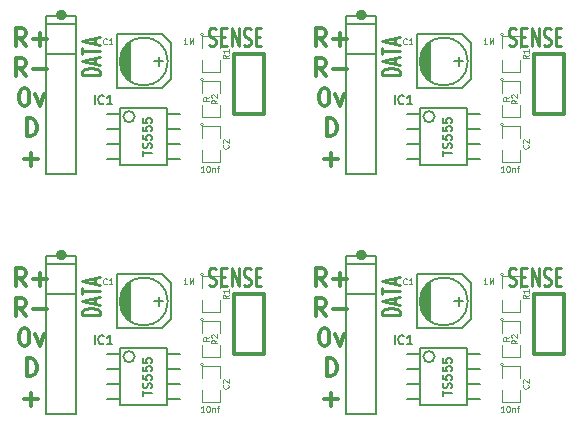
<source format=gto>
G04 (created by PCBNEW (2013-07-07 BZR 4022)-stable) date 29/12/2014 16:41:19*
%MOIN*%
G04 Gerber Fmt 3.4, Leading zero omitted, Abs format*
%FSLAX34Y34*%
G01*
G70*
G90*
G04 APERTURE LIST*
%ADD10C,0.00590551*%
%ADD11C,0.011811*%
%ADD12C,0.0039*%
%ADD13C,0.015*%
%ADD14C,0.005*%
%ADD15C,0.012*%
%ADD16C,0.0043*%
%ADD17C,0.01*%
%ADD18C,0.0059*%
%ADD19C,0.0047*%
G04 APERTURE END LIST*
G54D10*
G54D11*
X41496Y-24648D02*
X41553Y-24648D01*
X41609Y-24676D01*
X41637Y-24704D01*
X41665Y-24760D01*
X41693Y-24873D01*
X41693Y-25014D01*
X41665Y-25126D01*
X41637Y-25182D01*
X41609Y-25210D01*
X41553Y-25239D01*
X41496Y-25239D01*
X41440Y-25210D01*
X41412Y-25182D01*
X41384Y-25126D01*
X41356Y-25014D01*
X41356Y-24873D01*
X41384Y-24760D01*
X41412Y-24704D01*
X41440Y-24676D01*
X41496Y-24648D01*
X41890Y-24845D02*
X42031Y-25239D01*
X42171Y-24845D01*
X41595Y-26239D02*
X41595Y-25648D01*
X41735Y-25648D01*
X41820Y-25676D01*
X41876Y-25732D01*
X41904Y-25789D01*
X41932Y-25901D01*
X41932Y-25985D01*
X41904Y-26098D01*
X41876Y-26154D01*
X41820Y-26210D01*
X41735Y-26239D01*
X41595Y-26239D01*
X41525Y-27014D02*
X41974Y-27014D01*
X41750Y-27239D02*
X41750Y-26789D01*
X41567Y-24239D02*
X41370Y-23957D01*
X41229Y-24239D02*
X41229Y-23648D01*
X41454Y-23648D01*
X41510Y-23676D01*
X41539Y-23704D01*
X41567Y-23760D01*
X41567Y-23845D01*
X41539Y-23901D01*
X41510Y-23929D01*
X41454Y-23957D01*
X41229Y-23957D01*
X41820Y-24014D02*
X42270Y-24014D01*
X41567Y-23239D02*
X41370Y-22957D01*
X41229Y-23239D02*
X41229Y-22648D01*
X41454Y-22648D01*
X41510Y-22676D01*
X41539Y-22704D01*
X41567Y-22760D01*
X41567Y-22845D01*
X41539Y-22901D01*
X41510Y-22929D01*
X41454Y-22957D01*
X41229Y-22957D01*
X41820Y-23014D02*
X42270Y-23014D01*
X42045Y-23239D02*
X42045Y-22789D01*
X51567Y-23239D02*
X51370Y-22957D01*
X51229Y-23239D02*
X51229Y-22648D01*
X51454Y-22648D01*
X51510Y-22676D01*
X51539Y-22704D01*
X51567Y-22760D01*
X51567Y-22845D01*
X51539Y-22901D01*
X51510Y-22929D01*
X51454Y-22957D01*
X51229Y-22957D01*
X51820Y-23014D02*
X52270Y-23014D01*
X52045Y-23239D02*
X52045Y-22789D01*
X51567Y-24239D02*
X51370Y-23957D01*
X51229Y-24239D02*
X51229Y-23648D01*
X51454Y-23648D01*
X51510Y-23676D01*
X51539Y-23704D01*
X51567Y-23760D01*
X51567Y-23845D01*
X51539Y-23901D01*
X51510Y-23929D01*
X51454Y-23957D01*
X51229Y-23957D01*
X51820Y-24014D02*
X52270Y-24014D01*
X51525Y-27014D02*
X51974Y-27014D01*
X51750Y-27239D02*
X51750Y-26789D01*
X51595Y-26239D02*
X51595Y-25648D01*
X51735Y-25648D01*
X51820Y-25676D01*
X51876Y-25732D01*
X51904Y-25789D01*
X51932Y-25901D01*
X51932Y-25985D01*
X51904Y-26098D01*
X51876Y-26154D01*
X51820Y-26210D01*
X51735Y-26239D01*
X51595Y-26239D01*
X51496Y-24648D02*
X51553Y-24648D01*
X51609Y-24676D01*
X51637Y-24704D01*
X51665Y-24760D01*
X51693Y-24873D01*
X51693Y-25014D01*
X51665Y-25126D01*
X51637Y-25182D01*
X51609Y-25210D01*
X51553Y-25239D01*
X51496Y-25239D01*
X51440Y-25210D01*
X51412Y-25182D01*
X51384Y-25126D01*
X51356Y-25014D01*
X51356Y-24873D01*
X51384Y-24760D01*
X51412Y-24704D01*
X51440Y-24676D01*
X51496Y-24648D01*
X51890Y-24845D02*
X52031Y-25239D01*
X52171Y-24845D01*
X51496Y-16648D02*
X51553Y-16648D01*
X51609Y-16676D01*
X51637Y-16704D01*
X51665Y-16760D01*
X51693Y-16873D01*
X51693Y-17014D01*
X51665Y-17126D01*
X51637Y-17182D01*
X51609Y-17210D01*
X51553Y-17239D01*
X51496Y-17239D01*
X51440Y-17210D01*
X51412Y-17182D01*
X51384Y-17126D01*
X51356Y-17014D01*
X51356Y-16873D01*
X51384Y-16760D01*
X51412Y-16704D01*
X51440Y-16676D01*
X51496Y-16648D01*
X51890Y-16845D02*
X52031Y-17239D01*
X52171Y-16845D01*
X51595Y-18239D02*
X51595Y-17648D01*
X51735Y-17648D01*
X51820Y-17676D01*
X51876Y-17732D01*
X51904Y-17789D01*
X51932Y-17901D01*
X51932Y-17985D01*
X51904Y-18098D01*
X51876Y-18154D01*
X51820Y-18210D01*
X51735Y-18239D01*
X51595Y-18239D01*
X51525Y-19014D02*
X51974Y-19014D01*
X51750Y-19239D02*
X51750Y-18789D01*
X51567Y-16239D02*
X51370Y-15957D01*
X51229Y-16239D02*
X51229Y-15648D01*
X51454Y-15648D01*
X51510Y-15676D01*
X51539Y-15704D01*
X51567Y-15760D01*
X51567Y-15845D01*
X51539Y-15901D01*
X51510Y-15929D01*
X51454Y-15957D01*
X51229Y-15957D01*
X51820Y-16014D02*
X52270Y-16014D01*
X51567Y-15239D02*
X51370Y-14957D01*
X51229Y-15239D02*
X51229Y-14648D01*
X51454Y-14648D01*
X51510Y-14676D01*
X51539Y-14704D01*
X51567Y-14760D01*
X51567Y-14845D01*
X51539Y-14901D01*
X51510Y-14929D01*
X51454Y-14957D01*
X51229Y-14957D01*
X51820Y-15014D02*
X52270Y-15014D01*
X52045Y-15239D02*
X52045Y-14789D01*
X41567Y-15239D02*
X41370Y-14957D01*
X41229Y-15239D02*
X41229Y-14648D01*
X41454Y-14648D01*
X41510Y-14676D01*
X41539Y-14704D01*
X41567Y-14760D01*
X41567Y-14845D01*
X41539Y-14901D01*
X41510Y-14929D01*
X41454Y-14957D01*
X41229Y-14957D01*
X41820Y-15014D02*
X42270Y-15014D01*
X42045Y-15239D02*
X42045Y-14789D01*
X41567Y-16239D02*
X41370Y-15957D01*
X41229Y-16239D02*
X41229Y-15648D01*
X41454Y-15648D01*
X41510Y-15676D01*
X41539Y-15704D01*
X41567Y-15760D01*
X41567Y-15845D01*
X41539Y-15901D01*
X41510Y-15929D01*
X41454Y-15957D01*
X41229Y-15957D01*
X41820Y-16014D02*
X42270Y-16014D01*
X41525Y-19014D02*
X41974Y-19014D01*
X41750Y-19239D02*
X41750Y-18789D01*
X41595Y-18239D02*
X41595Y-17648D01*
X41735Y-17648D01*
X41820Y-17676D01*
X41876Y-17732D01*
X41904Y-17789D01*
X41932Y-17901D01*
X41932Y-17985D01*
X41904Y-18098D01*
X41876Y-18154D01*
X41820Y-18210D01*
X41735Y-18239D01*
X41595Y-18239D01*
X41496Y-16648D02*
X41553Y-16648D01*
X41609Y-16676D01*
X41637Y-16704D01*
X41665Y-16760D01*
X41693Y-16873D01*
X41693Y-17014D01*
X41665Y-17126D01*
X41637Y-17182D01*
X41609Y-17210D01*
X41553Y-17239D01*
X41496Y-17239D01*
X41440Y-17210D01*
X41412Y-17182D01*
X41384Y-17126D01*
X41356Y-17014D01*
X41356Y-16873D01*
X41384Y-16760D01*
X41412Y-16704D01*
X41440Y-16676D01*
X41496Y-16648D01*
X41890Y-16845D02*
X42031Y-17239D01*
X42171Y-16845D01*
G54D12*
X47500Y-24350D02*
G75*
G03X47500Y-24350I-50J0D01*
G74*
G01*
X47450Y-24800D02*
X47450Y-24400D01*
X47450Y-24400D02*
X48050Y-24400D01*
X48050Y-24400D02*
X48050Y-24800D01*
X48050Y-25200D02*
X48050Y-25600D01*
X48050Y-25600D02*
X47450Y-25600D01*
X47450Y-25600D02*
X47450Y-25200D01*
G54D10*
X43250Y-22500D02*
X43250Y-22250D01*
X43250Y-22250D02*
X42250Y-22250D01*
X42250Y-22250D02*
X42250Y-22500D01*
X42250Y-23500D02*
X43250Y-23500D01*
X43250Y-23500D02*
X43250Y-22500D01*
X43250Y-22500D02*
X43250Y-27500D01*
X43250Y-27500D02*
X42250Y-27500D01*
X43250Y-22500D02*
X42250Y-22500D01*
X42250Y-22500D02*
X42250Y-27500D01*
G54D13*
X42850Y-22200D02*
G75*
G03X42850Y-22200I-100J0D01*
G74*
G01*
G54D12*
X47500Y-22850D02*
G75*
G03X47500Y-22850I-50J0D01*
G74*
G01*
X47450Y-23300D02*
X47450Y-22900D01*
X47450Y-22900D02*
X48050Y-22900D01*
X48050Y-22900D02*
X48050Y-23300D01*
X48050Y-23700D02*
X48050Y-24100D01*
X48050Y-24100D02*
X47450Y-24100D01*
X47450Y-24100D02*
X47450Y-23700D01*
X47500Y-25850D02*
G75*
G03X47500Y-25850I-50J0D01*
G74*
G01*
X47450Y-26300D02*
X47450Y-25900D01*
X47450Y-25900D02*
X48050Y-25900D01*
X48050Y-25900D02*
X48050Y-26300D01*
X48050Y-26700D02*
X48050Y-27100D01*
X48050Y-27100D02*
X47450Y-27100D01*
X47450Y-27100D02*
X47450Y-26700D01*
G54D14*
X46280Y-25300D02*
X44720Y-25300D01*
X44720Y-25300D02*
X44720Y-27200D01*
X44720Y-27200D02*
X46280Y-27200D01*
X46280Y-27200D02*
X46280Y-25300D01*
X46280Y-25500D02*
X46710Y-25500D01*
X46280Y-26000D02*
X46710Y-26000D01*
X46280Y-26500D02*
X46710Y-26500D01*
X46710Y-27000D02*
X46280Y-27000D01*
X44720Y-27000D02*
X44290Y-27000D01*
X44290Y-26500D02*
X44720Y-26500D01*
X44290Y-26000D02*
X44720Y-26000D01*
X44290Y-25500D02*
X44720Y-25500D01*
X45196Y-25590D02*
G75*
G03X45196Y-25590I-186J0D01*
G74*
G01*
G54D15*
X48500Y-23500D02*
X49500Y-23500D01*
X49500Y-23500D02*
X49500Y-25500D01*
X49500Y-25500D02*
X48500Y-25500D01*
X48500Y-25500D02*
X48500Y-23500D01*
G54D14*
X46150Y-23750D02*
X45850Y-23750D01*
X46000Y-23600D02*
X46000Y-23900D01*
X46100Y-24650D02*
X44600Y-24650D01*
X46400Y-23150D02*
X46400Y-24350D01*
X46100Y-24650D02*
X46400Y-24350D01*
X46100Y-22850D02*
X44600Y-22850D01*
X46100Y-22850D02*
X46400Y-23150D01*
X44700Y-23800D02*
X44700Y-23700D01*
X44750Y-23500D02*
X44750Y-24000D01*
X44800Y-24100D02*
X44800Y-23400D01*
X44850Y-24200D02*
X44850Y-23300D01*
X44900Y-23250D02*
X44900Y-24250D01*
X44950Y-24300D02*
X44950Y-23200D01*
X45000Y-23150D02*
X45000Y-24350D01*
X45050Y-23100D02*
X45050Y-24400D01*
X46300Y-23750D02*
G75*
G03X46300Y-23750I-800J0D01*
G74*
G01*
X44600Y-22850D02*
X44600Y-24650D01*
X56150Y-23750D02*
X55850Y-23750D01*
X56000Y-23600D02*
X56000Y-23900D01*
X56100Y-24650D02*
X54600Y-24650D01*
X56400Y-23150D02*
X56400Y-24350D01*
X56100Y-24650D02*
X56400Y-24350D01*
X56100Y-22850D02*
X54600Y-22850D01*
X56100Y-22850D02*
X56400Y-23150D01*
X54700Y-23800D02*
X54700Y-23700D01*
X54750Y-23500D02*
X54750Y-24000D01*
X54800Y-24100D02*
X54800Y-23400D01*
X54850Y-24200D02*
X54850Y-23300D01*
X54900Y-23250D02*
X54900Y-24250D01*
X54950Y-24300D02*
X54950Y-23200D01*
X55000Y-23150D02*
X55000Y-24350D01*
X55050Y-23100D02*
X55050Y-24400D01*
X56300Y-23750D02*
G75*
G03X56300Y-23750I-800J0D01*
G74*
G01*
X54600Y-22850D02*
X54600Y-24650D01*
G54D15*
X58500Y-23500D02*
X59500Y-23500D01*
X59500Y-23500D02*
X59500Y-25500D01*
X59500Y-25500D02*
X58500Y-25500D01*
X58500Y-25500D02*
X58500Y-23500D01*
G54D14*
X56280Y-25300D02*
X54720Y-25300D01*
X54720Y-25300D02*
X54720Y-27200D01*
X54720Y-27200D02*
X56280Y-27200D01*
X56280Y-27200D02*
X56280Y-25300D01*
X56280Y-25500D02*
X56710Y-25500D01*
X56280Y-26000D02*
X56710Y-26000D01*
X56280Y-26500D02*
X56710Y-26500D01*
X56710Y-27000D02*
X56280Y-27000D01*
X54720Y-27000D02*
X54290Y-27000D01*
X54290Y-26500D02*
X54720Y-26500D01*
X54290Y-26000D02*
X54720Y-26000D01*
X54290Y-25500D02*
X54720Y-25500D01*
X55196Y-25590D02*
G75*
G03X55196Y-25590I-186J0D01*
G74*
G01*
G54D12*
X57500Y-25850D02*
G75*
G03X57500Y-25850I-50J0D01*
G74*
G01*
X57450Y-26300D02*
X57450Y-25900D01*
X57450Y-25900D02*
X58050Y-25900D01*
X58050Y-25900D02*
X58050Y-26300D01*
X58050Y-26700D02*
X58050Y-27100D01*
X58050Y-27100D02*
X57450Y-27100D01*
X57450Y-27100D02*
X57450Y-26700D01*
X57500Y-22850D02*
G75*
G03X57500Y-22850I-50J0D01*
G74*
G01*
X57450Y-23300D02*
X57450Y-22900D01*
X57450Y-22900D02*
X58050Y-22900D01*
X58050Y-22900D02*
X58050Y-23300D01*
X58050Y-23700D02*
X58050Y-24100D01*
X58050Y-24100D02*
X57450Y-24100D01*
X57450Y-24100D02*
X57450Y-23700D01*
G54D10*
X53250Y-22500D02*
X53250Y-22250D01*
X53250Y-22250D02*
X52250Y-22250D01*
X52250Y-22250D02*
X52250Y-22500D01*
X52250Y-23500D02*
X53250Y-23500D01*
X53250Y-23500D02*
X53250Y-22500D01*
X53250Y-22500D02*
X53250Y-27500D01*
X53250Y-27500D02*
X52250Y-27500D01*
X53250Y-22500D02*
X52250Y-22500D01*
X52250Y-22500D02*
X52250Y-27500D01*
G54D13*
X52850Y-22200D02*
G75*
G03X52850Y-22200I-100J0D01*
G74*
G01*
G54D12*
X57500Y-24350D02*
G75*
G03X57500Y-24350I-50J0D01*
G74*
G01*
X57450Y-24800D02*
X57450Y-24400D01*
X57450Y-24400D02*
X58050Y-24400D01*
X58050Y-24400D02*
X58050Y-24800D01*
X58050Y-25200D02*
X58050Y-25600D01*
X58050Y-25600D02*
X57450Y-25600D01*
X57450Y-25600D02*
X57450Y-25200D01*
X57500Y-16350D02*
G75*
G03X57500Y-16350I-50J0D01*
G74*
G01*
X57450Y-16800D02*
X57450Y-16400D01*
X57450Y-16400D02*
X58050Y-16400D01*
X58050Y-16400D02*
X58050Y-16800D01*
X58050Y-17200D02*
X58050Y-17600D01*
X58050Y-17600D02*
X57450Y-17600D01*
X57450Y-17600D02*
X57450Y-17200D01*
G54D10*
X53250Y-14500D02*
X53250Y-14250D01*
X53250Y-14250D02*
X52250Y-14250D01*
X52250Y-14250D02*
X52250Y-14500D01*
X52250Y-15500D02*
X53250Y-15500D01*
X53250Y-15500D02*
X53250Y-14500D01*
X53250Y-14500D02*
X53250Y-19500D01*
X53250Y-19500D02*
X52250Y-19500D01*
X53250Y-14500D02*
X52250Y-14500D01*
X52250Y-14500D02*
X52250Y-19500D01*
G54D13*
X52850Y-14200D02*
G75*
G03X52850Y-14200I-100J0D01*
G74*
G01*
G54D12*
X57500Y-14850D02*
G75*
G03X57500Y-14850I-50J0D01*
G74*
G01*
X57450Y-15300D02*
X57450Y-14900D01*
X57450Y-14900D02*
X58050Y-14900D01*
X58050Y-14900D02*
X58050Y-15300D01*
X58050Y-15700D02*
X58050Y-16100D01*
X58050Y-16100D02*
X57450Y-16100D01*
X57450Y-16100D02*
X57450Y-15700D01*
X57500Y-17850D02*
G75*
G03X57500Y-17850I-50J0D01*
G74*
G01*
X57450Y-18300D02*
X57450Y-17900D01*
X57450Y-17900D02*
X58050Y-17900D01*
X58050Y-17900D02*
X58050Y-18300D01*
X58050Y-18700D02*
X58050Y-19100D01*
X58050Y-19100D02*
X57450Y-19100D01*
X57450Y-19100D02*
X57450Y-18700D01*
G54D14*
X56280Y-17300D02*
X54720Y-17300D01*
X54720Y-17300D02*
X54720Y-19200D01*
X54720Y-19200D02*
X56280Y-19200D01*
X56280Y-19200D02*
X56280Y-17300D01*
X56280Y-17500D02*
X56710Y-17500D01*
X56280Y-18000D02*
X56710Y-18000D01*
X56280Y-18500D02*
X56710Y-18500D01*
X56710Y-19000D02*
X56280Y-19000D01*
X54720Y-19000D02*
X54290Y-19000D01*
X54290Y-18500D02*
X54720Y-18500D01*
X54290Y-18000D02*
X54720Y-18000D01*
X54290Y-17500D02*
X54720Y-17500D01*
X55196Y-17590D02*
G75*
G03X55196Y-17590I-186J0D01*
G74*
G01*
G54D15*
X58500Y-15500D02*
X59500Y-15500D01*
X59500Y-15500D02*
X59500Y-17500D01*
X59500Y-17500D02*
X58500Y-17500D01*
X58500Y-17500D02*
X58500Y-15500D01*
G54D14*
X56150Y-15750D02*
X55850Y-15750D01*
X56000Y-15600D02*
X56000Y-15900D01*
X56100Y-16650D02*
X54600Y-16650D01*
X56400Y-15150D02*
X56400Y-16350D01*
X56100Y-16650D02*
X56400Y-16350D01*
X56100Y-14850D02*
X54600Y-14850D01*
X56100Y-14850D02*
X56400Y-15150D01*
X54700Y-15800D02*
X54700Y-15700D01*
X54750Y-15500D02*
X54750Y-16000D01*
X54800Y-16100D02*
X54800Y-15400D01*
X54850Y-16200D02*
X54850Y-15300D01*
X54900Y-15250D02*
X54900Y-16250D01*
X54950Y-16300D02*
X54950Y-15200D01*
X55000Y-15150D02*
X55000Y-16350D01*
X55050Y-15100D02*
X55050Y-16400D01*
X56300Y-15750D02*
G75*
G03X56300Y-15750I-800J0D01*
G74*
G01*
X54600Y-14850D02*
X54600Y-16650D01*
X46150Y-15750D02*
X45850Y-15750D01*
X46000Y-15600D02*
X46000Y-15900D01*
X46100Y-16650D02*
X44600Y-16650D01*
X46400Y-15150D02*
X46400Y-16350D01*
X46100Y-16650D02*
X46400Y-16350D01*
X46100Y-14850D02*
X44600Y-14850D01*
X46100Y-14850D02*
X46400Y-15150D01*
X44700Y-15800D02*
X44700Y-15700D01*
X44750Y-15500D02*
X44750Y-16000D01*
X44800Y-16100D02*
X44800Y-15400D01*
X44850Y-16200D02*
X44850Y-15300D01*
X44900Y-15250D02*
X44900Y-16250D01*
X44950Y-16300D02*
X44950Y-15200D01*
X45000Y-15150D02*
X45000Y-16350D01*
X45050Y-15100D02*
X45050Y-16400D01*
X46300Y-15750D02*
G75*
G03X46300Y-15750I-800J0D01*
G74*
G01*
X44600Y-14850D02*
X44600Y-16650D01*
G54D15*
X48500Y-15500D02*
X49500Y-15500D01*
X49500Y-15500D02*
X49500Y-17500D01*
X49500Y-17500D02*
X48500Y-17500D01*
X48500Y-17500D02*
X48500Y-15500D01*
G54D14*
X46280Y-17300D02*
X44720Y-17300D01*
X44720Y-17300D02*
X44720Y-19200D01*
X44720Y-19200D02*
X46280Y-19200D01*
X46280Y-19200D02*
X46280Y-17300D01*
X46280Y-17500D02*
X46710Y-17500D01*
X46280Y-18000D02*
X46710Y-18000D01*
X46280Y-18500D02*
X46710Y-18500D01*
X46710Y-19000D02*
X46280Y-19000D01*
X44720Y-19000D02*
X44290Y-19000D01*
X44290Y-18500D02*
X44720Y-18500D01*
X44290Y-18000D02*
X44720Y-18000D01*
X44290Y-17500D02*
X44720Y-17500D01*
X45196Y-17590D02*
G75*
G03X45196Y-17590I-186J0D01*
G74*
G01*
G54D12*
X47500Y-17850D02*
G75*
G03X47500Y-17850I-50J0D01*
G74*
G01*
X47450Y-18300D02*
X47450Y-17900D01*
X47450Y-17900D02*
X48050Y-17900D01*
X48050Y-17900D02*
X48050Y-18300D01*
X48050Y-18700D02*
X48050Y-19100D01*
X48050Y-19100D02*
X47450Y-19100D01*
X47450Y-19100D02*
X47450Y-18700D01*
X47500Y-14850D02*
G75*
G03X47500Y-14850I-50J0D01*
G74*
G01*
X47450Y-15300D02*
X47450Y-14900D01*
X47450Y-14900D02*
X48050Y-14900D01*
X48050Y-14900D02*
X48050Y-15300D01*
X48050Y-15700D02*
X48050Y-16100D01*
X48050Y-16100D02*
X47450Y-16100D01*
X47450Y-16100D02*
X47450Y-15700D01*
G54D10*
X43250Y-14500D02*
X43250Y-14250D01*
X43250Y-14250D02*
X42250Y-14250D01*
X42250Y-14250D02*
X42250Y-14500D01*
X42250Y-15500D02*
X43250Y-15500D01*
X43250Y-15500D02*
X43250Y-14500D01*
X43250Y-14500D02*
X43250Y-19500D01*
X43250Y-19500D02*
X42250Y-19500D01*
X43250Y-14500D02*
X42250Y-14500D01*
X42250Y-14500D02*
X42250Y-19500D01*
G54D13*
X42850Y-14200D02*
G75*
G03X42850Y-14200I-100J0D01*
G74*
G01*
G54D12*
X47500Y-16350D02*
G75*
G03X47500Y-16350I-50J0D01*
G74*
G01*
X47450Y-16800D02*
X47450Y-16400D01*
X47450Y-16400D02*
X48050Y-16400D01*
X48050Y-16400D02*
X48050Y-16800D01*
X48050Y-17200D02*
X48050Y-17600D01*
X48050Y-17600D02*
X47450Y-17600D01*
X47450Y-17600D02*
X47450Y-17200D01*
G54D16*
X47954Y-25032D02*
X47860Y-25098D01*
X47954Y-25145D02*
X47757Y-25145D01*
X47757Y-25070D01*
X47767Y-25051D01*
X47776Y-25042D01*
X47795Y-25032D01*
X47823Y-25032D01*
X47842Y-25042D01*
X47851Y-25051D01*
X47860Y-25070D01*
X47860Y-25145D01*
X47776Y-24957D02*
X47767Y-24948D01*
X47757Y-24929D01*
X47757Y-24882D01*
X47767Y-24863D01*
X47776Y-24854D01*
X47795Y-24845D01*
X47814Y-24845D01*
X47842Y-24854D01*
X47954Y-24967D01*
X47954Y-24845D01*
X47679Y-24939D02*
X47585Y-25004D01*
X47679Y-25051D02*
X47482Y-25051D01*
X47482Y-24976D01*
X47492Y-24957D01*
X47501Y-24948D01*
X47520Y-24939D01*
X47548Y-24939D01*
X47567Y-24948D01*
X47576Y-24957D01*
X47585Y-24976D01*
X47585Y-25051D01*
G54D17*
X44042Y-24199D02*
X43442Y-24199D01*
X43442Y-24104D01*
X43471Y-24047D01*
X43528Y-24009D01*
X43585Y-23990D01*
X43700Y-23971D01*
X43785Y-23971D01*
X43900Y-23990D01*
X43957Y-24009D01*
X44014Y-24047D01*
X44042Y-24104D01*
X44042Y-24199D01*
X43871Y-23819D02*
X43871Y-23628D01*
X44042Y-23857D02*
X43442Y-23723D01*
X44042Y-23590D01*
X43442Y-23514D02*
X43442Y-23285D01*
X44042Y-23399D02*
X43442Y-23399D01*
X43871Y-23171D02*
X43871Y-22980D01*
X44042Y-23209D02*
X43442Y-23076D01*
X44042Y-22942D01*
G54D16*
X48329Y-23532D02*
X48235Y-23598D01*
X48329Y-23645D02*
X48132Y-23645D01*
X48132Y-23570D01*
X48142Y-23551D01*
X48151Y-23542D01*
X48170Y-23532D01*
X48198Y-23532D01*
X48217Y-23542D01*
X48226Y-23551D01*
X48235Y-23570D01*
X48235Y-23645D01*
X48329Y-23345D02*
X48329Y-23457D01*
X48329Y-23401D02*
X48132Y-23401D01*
X48160Y-23420D01*
X48179Y-23439D01*
X48189Y-23457D01*
X46943Y-23179D02*
X46831Y-23179D01*
X46887Y-23179D02*
X46887Y-22982D01*
X46868Y-23010D01*
X46849Y-23029D01*
X46831Y-23039D01*
X47028Y-23179D02*
X47028Y-22982D01*
X47093Y-23123D01*
X47159Y-22982D01*
X47159Y-23179D01*
X48310Y-26532D02*
X48320Y-26542D01*
X48329Y-26570D01*
X48329Y-26589D01*
X48320Y-26617D01*
X48301Y-26636D01*
X48282Y-26645D01*
X48245Y-26654D01*
X48217Y-26654D01*
X48179Y-26645D01*
X48160Y-26636D01*
X48142Y-26617D01*
X48132Y-26589D01*
X48132Y-26570D01*
X48142Y-26542D01*
X48151Y-26532D01*
X48151Y-26457D02*
X48142Y-26448D01*
X48132Y-26429D01*
X48132Y-26382D01*
X48142Y-26363D01*
X48151Y-26354D01*
X48170Y-26345D01*
X48189Y-26345D01*
X48217Y-26354D01*
X48329Y-26467D01*
X48329Y-26345D01*
X47517Y-27429D02*
X47404Y-27429D01*
X47460Y-27429D02*
X47460Y-27232D01*
X47442Y-27260D01*
X47423Y-27279D01*
X47404Y-27289D01*
X47639Y-27232D02*
X47657Y-27232D01*
X47676Y-27242D01*
X47685Y-27251D01*
X47695Y-27270D01*
X47704Y-27307D01*
X47704Y-27354D01*
X47695Y-27392D01*
X47685Y-27410D01*
X47676Y-27420D01*
X47657Y-27429D01*
X47639Y-27429D01*
X47620Y-27420D01*
X47610Y-27410D01*
X47601Y-27392D01*
X47592Y-27354D01*
X47592Y-27307D01*
X47601Y-27270D01*
X47610Y-27251D01*
X47620Y-27242D01*
X47639Y-27232D01*
X47789Y-27298D02*
X47789Y-27429D01*
X47789Y-27317D02*
X47798Y-27307D01*
X47817Y-27298D01*
X47845Y-27298D01*
X47864Y-27307D01*
X47873Y-27326D01*
X47873Y-27429D01*
X47939Y-27298D02*
X48014Y-27298D01*
X47967Y-27429D02*
X47967Y-27260D01*
X47976Y-27242D01*
X47995Y-27232D01*
X48014Y-27232D01*
G54D18*
X43862Y-25169D02*
X43862Y-24874D01*
X44171Y-25141D02*
X44157Y-25155D01*
X44114Y-25169D01*
X44086Y-25169D01*
X44044Y-25155D01*
X44016Y-25127D01*
X44002Y-25099D01*
X43988Y-25042D01*
X43988Y-25000D01*
X44002Y-24944D01*
X44016Y-24916D01*
X44044Y-24888D01*
X44086Y-24874D01*
X44114Y-24874D01*
X44157Y-24888D01*
X44171Y-24902D01*
X44452Y-25169D02*
X44283Y-25169D01*
X44367Y-25169D02*
X44367Y-24874D01*
X44339Y-24916D01*
X44311Y-24944D01*
X44283Y-24958D01*
X45474Y-26896D02*
X45474Y-26727D01*
X45769Y-26811D02*
X45474Y-26811D01*
X45755Y-26643D02*
X45769Y-26601D01*
X45769Y-26530D01*
X45755Y-26502D01*
X45741Y-26488D01*
X45713Y-26474D01*
X45685Y-26474D01*
X45657Y-26488D01*
X45642Y-26502D01*
X45628Y-26530D01*
X45614Y-26587D01*
X45600Y-26615D01*
X45586Y-26629D01*
X45558Y-26643D01*
X45530Y-26643D01*
X45502Y-26629D01*
X45488Y-26615D01*
X45474Y-26587D01*
X45474Y-26516D01*
X45488Y-26474D01*
X45474Y-26207D02*
X45474Y-26348D01*
X45614Y-26362D01*
X45600Y-26348D01*
X45586Y-26320D01*
X45586Y-26250D01*
X45600Y-26221D01*
X45614Y-26207D01*
X45642Y-26193D01*
X45713Y-26193D01*
X45741Y-26207D01*
X45755Y-26221D01*
X45769Y-26250D01*
X45769Y-26320D01*
X45755Y-26348D01*
X45741Y-26362D01*
X45474Y-25926D02*
X45474Y-26067D01*
X45614Y-26081D01*
X45600Y-26067D01*
X45586Y-26039D01*
X45586Y-25969D01*
X45600Y-25940D01*
X45614Y-25926D01*
X45642Y-25912D01*
X45713Y-25912D01*
X45741Y-25926D01*
X45755Y-25940D01*
X45769Y-25969D01*
X45769Y-26039D01*
X45755Y-26067D01*
X45741Y-26081D01*
X45474Y-25645D02*
X45474Y-25786D01*
X45614Y-25800D01*
X45600Y-25786D01*
X45586Y-25758D01*
X45586Y-25688D01*
X45600Y-25660D01*
X45614Y-25645D01*
X45642Y-25631D01*
X45713Y-25631D01*
X45741Y-25645D01*
X45755Y-25660D01*
X45769Y-25688D01*
X45769Y-25758D01*
X45755Y-25786D01*
X45741Y-25800D01*
G54D17*
X47673Y-23214D02*
X47730Y-23242D01*
X47826Y-23242D01*
X47864Y-23214D01*
X47883Y-23185D01*
X47902Y-23128D01*
X47902Y-23071D01*
X47883Y-23014D01*
X47864Y-22985D01*
X47826Y-22957D01*
X47750Y-22928D01*
X47711Y-22900D01*
X47692Y-22871D01*
X47673Y-22814D01*
X47673Y-22757D01*
X47692Y-22700D01*
X47711Y-22671D01*
X47750Y-22642D01*
X47845Y-22642D01*
X47902Y-22671D01*
X48073Y-22928D02*
X48207Y-22928D01*
X48264Y-23242D02*
X48073Y-23242D01*
X48073Y-22642D01*
X48264Y-22642D01*
X48435Y-23242D02*
X48435Y-22642D01*
X48664Y-23242D01*
X48664Y-22642D01*
X48835Y-23214D02*
X48892Y-23242D01*
X48988Y-23242D01*
X49026Y-23214D01*
X49045Y-23185D01*
X49064Y-23128D01*
X49064Y-23071D01*
X49045Y-23014D01*
X49026Y-22985D01*
X48988Y-22957D01*
X48911Y-22928D01*
X48873Y-22900D01*
X48854Y-22871D01*
X48835Y-22814D01*
X48835Y-22757D01*
X48854Y-22700D01*
X48873Y-22671D01*
X48911Y-22642D01*
X49007Y-22642D01*
X49064Y-22671D01*
X49235Y-22928D02*
X49369Y-22928D01*
X49426Y-23242D02*
X49235Y-23242D01*
X49235Y-22642D01*
X49426Y-22642D01*
G54D19*
X44267Y-23160D02*
X44257Y-23170D01*
X44229Y-23179D01*
X44210Y-23179D01*
X44182Y-23170D01*
X44163Y-23151D01*
X44154Y-23132D01*
X44145Y-23095D01*
X44145Y-23067D01*
X44154Y-23029D01*
X44163Y-23010D01*
X44182Y-22992D01*
X44210Y-22982D01*
X44229Y-22982D01*
X44257Y-22992D01*
X44267Y-23001D01*
X44454Y-23179D02*
X44342Y-23179D01*
X44398Y-23179D02*
X44398Y-22982D01*
X44379Y-23010D01*
X44360Y-23029D01*
X44342Y-23039D01*
X54267Y-23160D02*
X54257Y-23170D01*
X54229Y-23179D01*
X54210Y-23179D01*
X54182Y-23170D01*
X54163Y-23151D01*
X54154Y-23132D01*
X54145Y-23095D01*
X54145Y-23067D01*
X54154Y-23029D01*
X54163Y-23010D01*
X54182Y-22992D01*
X54210Y-22982D01*
X54229Y-22982D01*
X54257Y-22992D01*
X54267Y-23001D01*
X54454Y-23179D02*
X54342Y-23179D01*
X54398Y-23179D02*
X54398Y-22982D01*
X54379Y-23010D01*
X54360Y-23029D01*
X54342Y-23039D01*
G54D17*
X57673Y-23214D02*
X57730Y-23242D01*
X57826Y-23242D01*
X57864Y-23214D01*
X57883Y-23185D01*
X57902Y-23128D01*
X57902Y-23071D01*
X57883Y-23014D01*
X57864Y-22985D01*
X57826Y-22957D01*
X57750Y-22928D01*
X57711Y-22900D01*
X57692Y-22871D01*
X57673Y-22814D01*
X57673Y-22757D01*
X57692Y-22700D01*
X57711Y-22671D01*
X57750Y-22642D01*
X57845Y-22642D01*
X57902Y-22671D01*
X58073Y-22928D02*
X58207Y-22928D01*
X58264Y-23242D02*
X58073Y-23242D01*
X58073Y-22642D01*
X58264Y-22642D01*
X58435Y-23242D02*
X58435Y-22642D01*
X58664Y-23242D01*
X58664Y-22642D01*
X58835Y-23214D02*
X58892Y-23242D01*
X58988Y-23242D01*
X59026Y-23214D01*
X59045Y-23185D01*
X59064Y-23128D01*
X59064Y-23071D01*
X59045Y-23014D01*
X59026Y-22985D01*
X58988Y-22957D01*
X58911Y-22928D01*
X58873Y-22900D01*
X58854Y-22871D01*
X58835Y-22814D01*
X58835Y-22757D01*
X58854Y-22700D01*
X58873Y-22671D01*
X58911Y-22642D01*
X59007Y-22642D01*
X59064Y-22671D01*
X59235Y-22928D02*
X59369Y-22928D01*
X59426Y-23242D02*
X59235Y-23242D01*
X59235Y-22642D01*
X59426Y-22642D01*
G54D18*
X53862Y-25169D02*
X53862Y-24874D01*
X54171Y-25141D02*
X54157Y-25155D01*
X54114Y-25169D01*
X54086Y-25169D01*
X54044Y-25155D01*
X54016Y-25127D01*
X54002Y-25099D01*
X53988Y-25042D01*
X53988Y-25000D01*
X54002Y-24944D01*
X54016Y-24916D01*
X54044Y-24888D01*
X54086Y-24874D01*
X54114Y-24874D01*
X54157Y-24888D01*
X54171Y-24902D01*
X54452Y-25169D02*
X54283Y-25169D01*
X54367Y-25169D02*
X54367Y-24874D01*
X54339Y-24916D01*
X54311Y-24944D01*
X54283Y-24958D01*
X55474Y-26896D02*
X55474Y-26727D01*
X55769Y-26811D02*
X55474Y-26811D01*
X55755Y-26643D02*
X55769Y-26601D01*
X55769Y-26530D01*
X55755Y-26502D01*
X55741Y-26488D01*
X55713Y-26474D01*
X55685Y-26474D01*
X55657Y-26488D01*
X55642Y-26502D01*
X55628Y-26530D01*
X55614Y-26587D01*
X55600Y-26615D01*
X55586Y-26629D01*
X55558Y-26643D01*
X55530Y-26643D01*
X55502Y-26629D01*
X55488Y-26615D01*
X55474Y-26587D01*
X55474Y-26516D01*
X55488Y-26474D01*
X55474Y-26207D02*
X55474Y-26348D01*
X55614Y-26362D01*
X55600Y-26348D01*
X55586Y-26320D01*
X55586Y-26250D01*
X55600Y-26221D01*
X55614Y-26207D01*
X55642Y-26193D01*
X55713Y-26193D01*
X55741Y-26207D01*
X55755Y-26221D01*
X55769Y-26250D01*
X55769Y-26320D01*
X55755Y-26348D01*
X55741Y-26362D01*
X55474Y-25926D02*
X55474Y-26067D01*
X55614Y-26081D01*
X55600Y-26067D01*
X55586Y-26039D01*
X55586Y-25969D01*
X55600Y-25940D01*
X55614Y-25926D01*
X55642Y-25912D01*
X55713Y-25912D01*
X55741Y-25926D01*
X55755Y-25940D01*
X55769Y-25969D01*
X55769Y-26039D01*
X55755Y-26067D01*
X55741Y-26081D01*
X55474Y-25645D02*
X55474Y-25786D01*
X55614Y-25800D01*
X55600Y-25786D01*
X55586Y-25758D01*
X55586Y-25688D01*
X55600Y-25660D01*
X55614Y-25645D01*
X55642Y-25631D01*
X55713Y-25631D01*
X55741Y-25645D01*
X55755Y-25660D01*
X55769Y-25688D01*
X55769Y-25758D01*
X55755Y-25786D01*
X55741Y-25800D01*
G54D16*
X58310Y-26532D02*
X58320Y-26542D01*
X58329Y-26570D01*
X58329Y-26589D01*
X58320Y-26617D01*
X58301Y-26636D01*
X58282Y-26645D01*
X58245Y-26654D01*
X58217Y-26654D01*
X58179Y-26645D01*
X58160Y-26636D01*
X58142Y-26617D01*
X58132Y-26589D01*
X58132Y-26570D01*
X58142Y-26542D01*
X58151Y-26532D01*
X58151Y-26457D02*
X58142Y-26448D01*
X58132Y-26429D01*
X58132Y-26382D01*
X58142Y-26363D01*
X58151Y-26354D01*
X58170Y-26345D01*
X58189Y-26345D01*
X58217Y-26354D01*
X58329Y-26467D01*
X58329Y-26345D01*
X57517Y-27429D02*
X57404Y-27429D01*
X57460Y-27429D02*
X57460Y-27232D01*
X57442Y-27260D01*
X57423Y-27279D01*
X57404Y-27289D01*
X57639Y-27232D02*
X57657Y-27232D01*
X57676Y-27242D01*
X57685Y-27251D01*
X57695Y-27270D01*
X57704Y-27307D01*
X57704Y-27354D01*
X57695Y-27392D01*
X57685Y-27410D01*
X57676Y-27420D01*
X57657Y-27429D01*
X57639Y-27429D01*
X57620Y-27420D01*
X57610Y-27410D01*
X57601Y-27392D01*
X57592Y-27354D01*
X57592Y-27307D01*
X57601Y-27270D01*
X57610Y-27251D01*
X57620Y-27242D01*
X57639Y-27232D01*
X57789Y-27298D02*
X57789Y-27429D01*
X57789Y-27317D02*
X57798Y-27307D01*
X57817Y-27298D01*
X57845Y-27298D01*
X57864Y-27307D01*
X57873Y-27326D01*
X57873Y-27429D01*
X57939Y-27298D02*
X58014Y-27298D01*
X57967Y-27429D02*
X57967Y-27260D01*
X57976Y-27242D01*
X57995Y-27232D01*
X58014Y-27232D01*
X58329Y-23532D02*
X58235Y-23598D01*
X58329Y-23645D02*
X58132Y-23645D01*
X58132Y-23570D01*
X58142Y-23551D01*
X58151Y-23542D01*
X58170Y-23532D01*
X58198Y-23532D01*
X58217Y-23542D01*
X58226Y-23551D01*
X58235Y-23570D01*
X58235Y-23645D01*
X58329Y-23345D02*
X58329Y-23457D01*
X58329Y-23401D02*
X58132Y-23401D01*
X58160Y-23420D01*
X58179Y-23439D01*
X58189Y-23457D01*
X56943Y-23179D02*
X56831Y-23179D01*
X56887Y-23179D02*
X56887Y-22982D01*
X56868Y-23010D01*
X56849Y-23029D01*
X56831Y-23039D01*
X57028Y-23179D02*
X57028Y-22982D01*
X57093Y-23123D01*
X57159Y-22982D01*
X57159Y-23179D01*
G54D17*
X54042Y-24199D02*
X53442Y-24199D01*
X53442Y-24104D01*
X53471Y-24047D01*
X53528Y-24009D01*
X53585Y-23990D01*
X53700Y-23971D01*
X53785Y-23971D01*
X53900Y-23990D01*
X53957Y-24009D01*
X54014Y-24047D01*
X54042Y-24104D01*
X54042Y-24199D01*
X53871Y-23819D02*
X53871Y-23628D01*
X54042Y-23857D02*
X53442Y-23723D01*
X54042Y-23590D01*
X53442Y-23514D02*
X53442Y-23285D01*
X54042Y-23399D02*
X53442Y-23399D01*
X53871Y-23171D02*
X53871Y-22980D01*
X54042Y-23209D02*
X53442Y-23076D01*
X54042Y-22942D01*
G54D16*
X57954Y-25032D02*
X57860Y-25098D01*
X57954Y-25145D02*
X57757Y-25145D01*
X57757Y-25070D01*
X57767Y-25051D01*
X57776Y-25042D01*
X57795Y-25032D01*
X57823Y-25032D01*
X57842Y-25042D01*
X57851Y-25051D01*
X57860Y-25070D01*
X57860Y-25145D01*
X57776Y-24957D02*
X57767Y-24948D01*
X57757Y-24929D01*
X57757Y-24882D01*
X57767Y-24863D01*
X57776Y-24854D01*
X57795Y-24845D01*
X57814Y-24845D01*
X57842Y-24854D01*
X57954Y-24967D01*
X57954Y-24845D01*
X57679Y-24939D02*
X57585Y-25004D01*
X57679Y-25051D02*
X57482Y-25051D01*
X57482Y-24976D01*
X57492Y-24957D01*
X57501Y-24948D01*
X57520Y-24939D01*
X57548Y-24939D01*
X57567Y-24948D01*
X57576Y-24957D01*
X57585Y-24976D01*
X57585Y-25051D01*
X57954Y-17032D02*
X57860Y-17098D01*
X57954Y-17145D02*
X57757Y-17145D01*
X57757Y-17070D01*
X57767Y-17051D01*
X57776Y-17042D01*
X57795Y-17032D01*
X57823Y-17032D01*
X57842Y-17042D01*
X57851Y-17051D01*
X57860Y-17070D01*
X57860Y-17145D01*
X57776Y-16957D02*
X57767Y-16948D01*
X57757Y-16929D01*
X57757Y-16882D01*
X57767Y-16863D01*
X57776Y-16854D01*
X57795Y-16845D01*
X57814Y-16845D01*
X57842Y-16854D01*
X57954Y-16967D01*
X57954Y-16845D01*
X57679Y-16939D02*
X57585Y-17004D01*
X57679Y-17051D02*
X57482Y-17051D01*
X57482Y-16976D01*
X57492Y-16957D01*
X57501Y-16948D01*
X57520Y-16939D01*
X57548Y-16939D01*
X57567Y-16948D01*
X57576Y-16957D01*
X57585Y-16976D01*
X57585Y-17051D01*
G54D17*
X54042Y-16199D02*
X53442Y-16199D01*
X53442Y-16104D01*
X53471Y-16047D01*
X53528Y-16009D01*
X53585Y-15990D01*
X53700Y-15971D01*
X53785Y-15971D01*
X53900Y-15990D01*
X53957Y-16009D01*
X54014Y-16047D01*
X54042Y-16104D01*
X54042Y-16199D01*
X53871Y-15819D02*
X53871Y-15628D01*
X54042Y-15857D02*
X53442Y-15723D01*
X54042Y-15590D01*
X53442Y-15514D02*
X53442Y-15285D01*
X54042Y-15399D02*
X53442Y-15399D01*
X53871Y-15171D02*
X53871Y-14980D01*
X54042Y-15209D02*
X53442Y-15076D01*
X54042Y-14942D01*
G54D16*
X58329Y-15532D02*
X58235Y-15598D01*
X58329Y-15645D02*
X58132Y-15645D01*
X58132Y-15570D01*
X58142Y-15551D01*
X58151Y-15542D01*
X58170Y-15532D01*
X58198Y-15532D01*
X58217Y-15542D01*
X58226Y-15551D01*
X58235Y-15570D01*
X58235Y-15645D01*
X58329Y-15345D02*
X58329Y-15457D01*
X58329Y-15401D02*
X58132Y-15401D01*
X58160Y-15420D01*
X58179Y-15439D01*
X58189Y-15457D01*
X56943Y-15179D02*
X56831Y-15179D01*
X56887Y-15179D02*
X56887Y-14982D01*
X56868Y-15010D01*
X56849Y-15029D01*
X56831Y-15039D01*
X57028Y-15179D02*
X57028Y-14982D01*
X57093Y-15123D01*
X57159Y-14982D01*
X57159Y-15179D01*
X58310Y-18532D02*
X58320Y-18542D01*
X58329Y-18570D01*
X58329Y-18589D01*
X58320Y-18617D01*
X58301Y-18636D01*
X58282Y-18645D01*
X58245Y-18654D01*
X58217Y-18654D01*
X58179Y-18645D01*
X58160Y-18636D01*
X58142Y-18617D01*
X58132Y-18589D01*
X58132Y-18570D01*
X58142Y-18542D01*
X58151Y-18532D01*
X58151Y-18457D02*
X58142Y-18448D01*
X58132Y-18429D01*
X58132Y-18382D01*
X58142Y-18363D01*
X58151Y-18354D01*
X58170Y-18345D01*
X58189Y-18345D01*
X58217Y-18354D01*
X58329Y-18467D01*
X58329Y-18345D01*
X57517Y-19429D02*
X57404Y-19429D01*
X57460Y-19429D02*
X57460Y-19232D01*
X57442Y-19260D01*
X57423Y-19279D01*
X57404Y-19289D01*
X57639Y-19232D02*
X57657Y-19232D01*
X57676Y-19242D01*
X57685Y-19251D01*
X57695Y-19270D01*
X57704Y-19307D01*
X57704Y-19354D01*
X57695Y-19392D01*
X57685Y-19410D01*
X57676Y-19420D01*
X57657Y-19429D01*
X57639Y-19429D01*
X57620Y-19420D01*
X57610Y-19410D01*
X57601Y-19392D01*
X57592Y-19354D01*
X57592Y-19307D01*
X57601Y-19270D01*
X57610Y-19251D01*
X57620Y-19242D01*
X57639Y-19232D01*
X57789Y-19298D02*
X57789Y-19429D01*
X57789Y-19317D02*
X57798Y-19307D01*
X57817Y-19298D01*
X57845Y-19298D01*
X57864Y-19307D01*
X57873Y-19326D01*
X57873Y-19429D01*
X57939Y-19298D02*
X58014Y-19298D01*
X57967Y-19429D02*
X57967Y-19260D01*
X57976Y-19242D01*
X57995Y-19232D01*
X58014Y-19232D01*
G54D18*
X53862Y-17169D02*
X53862Y-16874D01*
X54171Y-17141D02*
X54157Y-17155D01*
X54114Y-17169D01*
X54086Y-17169D01*
X54044Y-17155D01*
X54016Y-17127D01*
X54002Y-17099D01*
X53988Y-17042D01*
X53988Y-17000D01*
X54002Y-16944D01*
X54016Y-16916D01*
X54044Y-16888D01*
X54086Y-16874D01*
X54114Y-16874D01*
X54157Y-16888D01*
X54171Y-16902D01*
X54452Y-17169D02*
X54283Y-17169D01*
X54367Y-17169D02*
X54367Y-16874D01*
X54339Y-16916D01*
X54311Y-16944D01*
X54283Y-16958D01*
X55474Y-18896D02*
X55474Y-18727D01*
X55769Y-18811D02*
X55474Y-18811D01*
X55755Y-18643D02*
X55769Y-18601D01*
X55769Y-18530D01*
X55755Y-18502D01*
X55741Y-18488D01*
X55713Y-18474D01*
X55685Y-18474D01*
X55657Y-18488D01*
X55642Y-18502D01*
X55628Y-18530D01*
X55614Y-18587D01*
X55600Y-18615D01*
X55586Y-18629D01*
X55558Y-18643D01*
X55530Y-18643D01*
X55502Y-18629D01*
X55488Y-18615D01*
X55474Y-18587D01*
X55474Y-18516D01*
X55488Y-18474D01*
X55474Y-18207D02*
X55474Y-18348D01*
X55614Y-18362D01*
X55600Y-18348D01*
X55586Y-18320D01*
X55586Y-18250D01*
X55600Y-18221D01*
X55614Y-18207D01*
X55642Y-18193D01*
X55713Y-18193D01*
X55741Y-18207D01*
X55755Y-18221D01*
X55769Y-18250D01*
X55769Y-18320D01*
X55755Y-18348D01*
X55741Y-18362D01*
X55474Y-17926D02*
X55474Y-18067D01*
X55614Y-18081D01*
X55600Y-18067D01*
X55586Y-18039D01*
X55586Y-17969D01*
X55600Y-17940D01*
X55614Y-17926D01*
X55642Y-17912D01*
X55713Y-17912D01*
X55741Y-17926D01*
X55755Y-17940D01*
X55769Y-17969D01*
X55769Y-18039D01*
X55755Y-18067D01*
X55741Y-18081D01*
X55474Y-17645D02*
X55474Y-17786D01*
X55614Y-17800D01*
X55600Y-17786D01*
X55586Y-17758D01*
X55586Y-17688D01*
X55600Y-17660D01*
X55614Y-17645D01*
X55642Y-17631D01*
X55713Y-17631D01*
X55741Y-17645D01*
X55755Y-17660D01*
X55769Y-17688D01*
X55769Y-17758D01*
X55755Y-17786D01*
X55741Y-17800D01*
G54D17*
X57673Y-15214D02*
X57730Y-15242D01*
X57826Y-15242D01*
X57864Y-15214D01*
X57883Y-15185D01*
X57902Y-15128D01*
X57902Y-15071D01*
X57883Y-15014D01*
X57864Y-14985D01*
X57826Y-14957D01*
X57750Y-14928D01*
X57711Y-14900D01*
X57692Y-14871D01*
X57673Y-14814D01*
X57673Y-14757D01*
X57692Y-14700D01*
X57711Y-14671D01*
X57750Y-14642D01*
X57845Y-14642D01*
X57902Y-14671D01*
X58073Y-14928D02*
X58207Y-14928D01*
X58264Y-15242D02*
X58073Y-15242D01*
X58073Y-14642D01*
X58264Y-14642D01*
X58435Y-15242D02*
X58435Y-14642D01*
X58664Y-15242D01*
X58664Y-14642D01*
X58835Y-15214D02*
X58892Y-15242D01*
X58988Y-15242D01*
X59026Y-15214D01*
X59045Y-15185D01*
X59064Y-15128D01*
X59064Y-15071D01*
X59045Y-15014D01*
X59026Y-14985D01*
X58988Y-14957D01*
X58911Y-14928D01*
X58873Y-14900D01*
X58854Y-14871D01*
X58835Y-14814D01*
X58835Y-14757D01*
X58854Y-14700D01*
X58873Y-14671D01*
X58911Y-14642D01*
X59007Y-14642D01*
X59064Y-14671D01*
X59235Y-14928D02*
X59369Y-14928D01*
X59426Y-15242D02*
X59235Y-15242D01*
X59235Y-14642D01*
X59426Y-14642D01*
G54D19*
X54267Y-15160D02*
X54257Y-15170D01*
X54229Y-15179D01*
X54210Y-15179D01*
X54182Y-15170D01*
X54163Y-15151D01*
X54154Y-15132D01*
X54145Y-15095D01*
X54145Y-15067D01*
X54154Y-15029D01*
X54163Y-15010D01*
X54182Y-14992D01*
X54210Y-14982D01*
X54229Y-14982D01*
X54257Y-14992D01*
X54267Y-15001D01*
X54454Y-15179D02*
X54342Y-15179D01*
X54398Y-15179D02*
X54398Y-14982D01*
X54379Y-15010D01*
X54360Y-15029D01*
X54342Y-15039D01*
X44267Y-15160D02*
X44257Y-15170D01*
X44229Y-15179D01*
X44210Y-15179D01*
X44182Y-15170D01*
X44163Y-15151D01*
X44154Y-15132D01*
X44145Y-15095D01*
X44145Y-15067D01*
X44154Y-15029D01*
X44163Y-15010D01*
X44182Y-14992D01*
X44210Y-14982D01*
X44229Y-14982D01*
X44257Y-14992D01*
X44267Y-15001D01*
X44454Y-15179D02*
X44342Y-15179D01*
X44398Y-15179D02*
X44398Y-14982D01*
X44379Y-15010D01*
X44360Y-15029D01*
X44342Y-15039D01*
G54D17*
X47673Y-15214D02*
X47730Y-15242D01*
X47826Y-15242D01*
X47864Y-15214D01*
X47883Y-15185D01*
X47902Y-15128D01*
X47902Y-15071D01*
X47883Y-15014D01*
X47864Y-14985D01*
X47826Y-14957D01*
X47750Y-14928D01*
X47711Y-14900D01*
X47692Y-14871D01*
X47673Y-14814D01*
X47673Y-14757D01*
X47692Y-14700D01*
X47711Y-14671D01*
X47750Y-14642D01*
X47845Y-14642D01*
X47902Y-14671D01*
X48073Y-14928D02*
X48207Y-14928D01*
X48264Y-15242D02*
X48073Y-15242D01*
X48073Y-14642D01*
X48264Y-14642D01*
X48435Y-15242D02*
X48435Y-14642D01*
X48664Y-15242D01*
X48664Y-14642D01*
X48835Y-15214D02*
X48892Y-15242D01*
X48988Y-15242D01*
X49026Y-15214D01*
X49045Y-15185D01*
X49064Y-15128D01*
X49064Y-15071D01*
X49045Y-15014D01*
X49026Y-14985D01*
X48988Y-14957D01*
X48911Y-14928D01*
X48873Y-14900D01*
X48854Y-14871D01*
X48835Y-14814D01*
X48835Y-14757D01*
X48854Y-14700D01*
X48873Y-14671D01*
X48911Y-14642D01*
X49007Y-14642D01*
X49064Y-14671D01*
X49235Y-14928D02*
X49369Y-14928D01*
X49426Y-15242D02*
X49235Y-15242D01*
X49235Y-14642D01*
X49426Y-14642D01*
G54D18*
X43862Y-17169D02*
X43862Y-16874D01*
X44171Y-17141D02*
X44157Y-17155D01*
X44114Y-17169D01*
X44086Y-17169D01*
X44044Y-17155D01*
X44016Y-17127D01*
X44002Y-17099D01*
X43988Y-17042D01*
X43988Y-17000D01*
X44002Y-16944D01*
X44016Y-16916D01*
X44044Y-16888D01*
X44086Y-16874D01*
X44114Y-16874D01*
X44157Y-16888D01*
X44171Y-16902D01*
X44452Y-17169D02*
X44283Y-17169D01*
X44367Y-17169D02*
X44367Y-16874D01*
X44339Y-16916D01*
X44311Y-16944D01*
X44283Y-16958D01*
X45474Y-18896D02*
X45474Y-18727D01*
X45769Y-18811D02*
X45474Y-18811D01*
X45755Y-18643D02*
X45769Y-18601D01*
X45769Y-18530D01*
X45755Y-18502D01*
X45741Y-18488D01*
X45713Y-18474D01*
X45685Y-18474D01*
X45657Y-18488D01*
X45642Y-18502D01*
X45628Y-18530D01*
X45614Y-18587D01*
X45600Y-18615D01*
X45586Y-18629D01*
X45558Y-18643D01*
X45530Y-18643D01*
X45502Y-18629D01*
X45488Y-18615D01*
X45474Y-18587D01*
X45474Y-18516D01*
X45488Y-18474D01*
X45474Y-18207D02*
X45474Y-18348D01*
X45614Y-18362D01*
X45600Y-18348D01*
X45586Y-18320D01*
X45586Y-18250D01*
X45600Y-18221D01*
X45614Y-18207D01*
X45642Y-18193D01*
X45713Y-18193D01*
X45741Y-18207D01*
X45755Y-18221D01*
X45769Y-18250D01*
X45769Y-18320D01*
X45755Y-18348D01*
X45741Y-18362D01*
X45474Y-17926D02*
X45474Y-18067D01*
X45614Y-18081D01*
X45600Y-18067D01*
X45586Y-18039D01*
X45586Y-17969D01*
X45600Y-17940D01*
X45614Y-17926D01*
X45642Y-17912D01*
X45713Y-17912D01*
X45741Y-17926D01*
X45755Y-17940D01*
X45769Y-17969D01*
X45769Y-18039D01*
X45755Y-18067D01*
X45741Y-18081D01*
X45474Y-17645D02*
X45474Y-17786D01*
X45614Y-17800D01*
X45600Y-17786D01*
X45586Y-17758D01*
X45586Y-17688D01*
X45600Y-17660D01*
X45614Y-17645D01*
X45642Y-17631D01*
X45713Y-17631D01*
X45741Y-17645D01*
X45755Y-17660D01*
X45769Y-17688D01*
X45769Y-17758D01*
X45755Y-17786D01*
X45741Y-17800D01*
G54D16*
X48310Y-18532D02*
X48320Y-18542D01*
X48329Y-18570D01*
X48329Y-18589D01*
X48320Y-18617D01*
X48301Y-18636D01*
X48282Y-18645D01*
X48245Y-18654D01*
X48217Y-18654D01*
X48179Y-18645D01*
X48160Y-18636D01*
X48142Y-18617D01*
X48132Y-18589D01*
X48132Y-18570D01*
X48142Y-18542D01*
X48151Y-18532D01*
X48151Y-18457D02*
X48142Y-18448D01*
X48132Y-18429D01*
X48132Y-18382D01*
X48142Y-18363D01*
X48151Y-18354D01*
X48170Y-18345D01*
X48189Y-18345D01*
X48217Y-18354D01*
X48329Y-18467D01*
X48329Y-18345D01*
X47517Y-19429D02*
X47404Y-19429D01*
X47460Y-19429D02*
X47460Y-19232D01*
X47442Y-19260D01*
X47423Y-19279D01*
X47404Y-19289D01*
X47639Y-19232D02*
X47657Y-19232D01*
X47676Y-19242D01*
X47685Y-19251D01*
X47695Y-19270D01*
X47704Y-19307D01*
X47704Y-19354D01*
X47695Y-19392D01*
X47685Y-19410D01*
X47676Y-19420D01*
X47657Y-19429D01*
X47639Y-19429D01*
X47620Y-19420D01*
X47610Y-19410D01*
X47601Y-19392D01*
X47592Y-19354D01*
X47592Y-19307D01*
X47601Y-19270D01*
X47610Y-19251D01*
X47620Y-19242D01*
X47639Y-19232D01*
X47789Y-19298D02*
X47789Y-19429D01*
X47789Y-19317D02*
X47798Y-19307D01*
X47817Y-19298D01*
X47845Y-19298D01*
X47864Y-19307D01*
X47873Y-19326D01*
X47873Y-19429D01*
X47939Y-19298D02*
X48014Y-19298D01*
X47967Y-19429D02*
X47967Y-19260D01*
X47976Y-19242D01*
X47995Y-19232D01*
X48014Y-19232D01*
X48329Y-15532D02*
X48235Y-15598D01*
X48329Y-15645D02*
X48132Y-15645D01*
X48132Y-15570D01*
X48142Y-15551D01*
X48151Y-15542D01*
X48170Y-15532D01*
X48198Y-15532D01*
X48217Y-15542D01*
X48226Y-15551D01*
X48235Y-15570D01*
X48235Y-15645D01*
X48329Y-15345D02*
X48329Y-15457D01*
X48329Y-15401D02*
X48132Y-15401D01*
X48160Y-15420D01*
X48179Y-15439D01*
X48189Y-15457D01*
X46943Y-15179D02*
X46831Y-15179D01*
X46887Y-15179D02*
X46887Y-14982D01*
X46868Y-15010D01*
X46849Y-15029D01*
X46831Y-15039D01*
X47028Y-15179D02*
X47028Y-14982D01*
X47093Y-15123D01*
X47159Y-14982D01*
X47159Y-15179D01*
G54D17*
X44042Y-16199D02*
X43442Y-16199D01*
X43442Y-16104D01*
X43471Y-16047D01*
X43528Y-16009D01*
X43585Y-15990D01*
X43700Y-15971D01*
X43785Y-15971D01*
X43900Y-15990D01*
X43957Y-16009D01*
X44014Y-16047D01*
X44042Y-16104D01*
X44042Y-16199D01*
X43871Y-15819D02*
X43871Y-15628D01*
X44042Y-15857D02*
X43442Y-15723D01*
X44042Y-15590D01*
X43442Y-15514D02*
X43442Y-15285D01*
X44042Y-15399D02*
X43442Y-15399D01*
X43871Y-15171D02*
X43871Y-14980D01*
X44042Y-15209D02*
X43442Y-15076D01*
X44042Y-14942D01*
G54D16*
X47954Y-17032D02*
X47860Y-17098D01*
X47954Y-17145D02*
X47757Y-17145D01*
X47757Y-17070D01*
X47767Y-17051D01*
X47776Y-17042D01*
X47795Y-17032D01*
X47823Y-17032D01*
X47842Y-17042D01*
X47851Y-17051D01*
X47860Y-17070D01*
X47860Y-17145D01*
X47776Y-16957D02*
X47767Y-16948D01*
X47757Y-16929D01*
X47757Y-16882D01*
X47767Y-16863D01*
X47776Y-16854D01*
X47795Y-16845D01*
X47814Y-16845D01*
X47842Y-16854D01*
X47954Y-16967D01*
X47954Y-16845D01*
X47679Y-16939D02*
X47585Y-17004D01*
X47679Y-17051D02*
X47482Y-17051D01*
X47482Y-16976D01*
X47492Y-16957D01*
X47501Y-16948D01*
X47520Y-16939D01*
X47548Y-16939D01*
X47567Y-16948D01*
X47576Y-16957D01*
X47585Y-16976D01*
X47585Y-17051D01*
M02*

</source>
